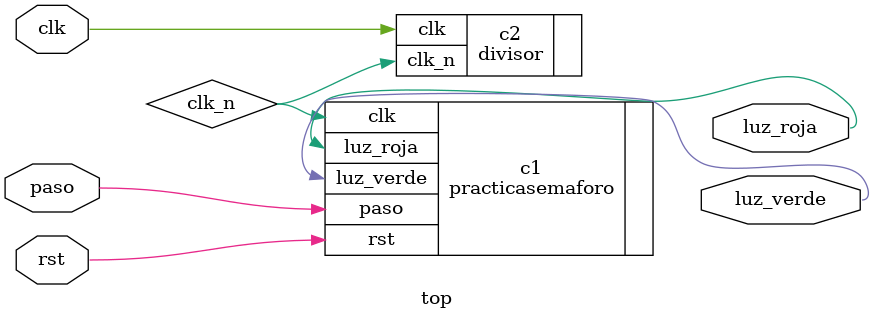
<source format=v>
module top(
input clk, rst, paso,
output luz_roja, luz_verde
);

//cables 

wire clk_n;

practicasemaforo c1(
.clk(clk_n),
.rst(rst), 
.paso(paso),
.luz_roja(luz_roja),
.luz_verde(luz_verde)
);


divisor c2 (
.clk(clk), 
.clk_n(clk_n)
);

endmodule 
</source>
